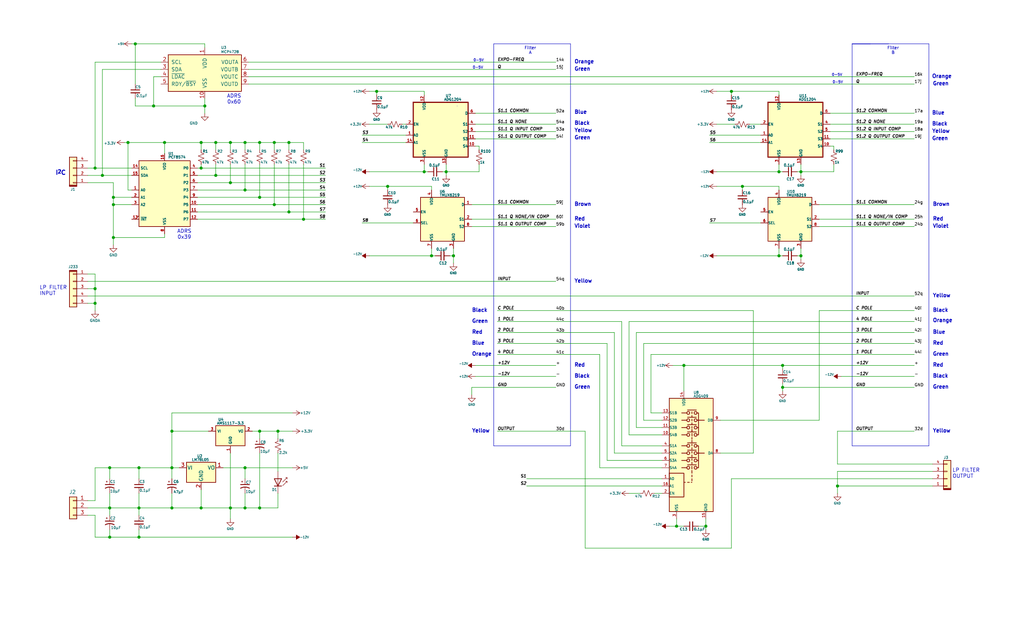
<source format=kicad_sch>
(kicad_sch (version 20250114) (generator "eeschema") (generator_version "9.0")
  (paper "USLegal")
  (title_block (title "Ten Channel Mixer") (date "2025-12-06") (rev "2.0") (comment 1 "In Development "))
  (lib_symbols
    (symbol "ADG1204YCPZ-500RL7_1" (pin_names (offset 0.002))
      (property "Reference" "U35" (at -0.508 20.066 0))
      (property "Value" "ADG1204" (at 1.016 18.796 0))
      (symbol "ADG1204YCPZ-500RL7_1_1_0"
        (pin input line (at -15.24 10.16 0) (length 2.54) (name "EN") (number "2"))
        (pin input line (at -15.24 6.35 0) (length 2.54) (name "A0") (number "1"))
        (pin input line (at -15.24 3.81 0) (length 2.54) (name "A1") (number "14"))
        (pin power_in line (at -8.89 20.32 270) (length 2.54) (name "VDD") (number "12"))
        (pin power_in line (at -8.89 -3.81 90) (length 2.54) (name "VSS") (number "3"))
        (pin passive line (at -1.27 -3.81 90) (length 2.54) (name "GND") (number "13"))
        (pin bidirectional line (at 8.89 13.97 180) (length 2.54) (name "D") (number "6"))
        (pin bidirectional line (at 8.89 10.16 180) (length 2.54) (name "S1") (number "4"))
        (pin bidirectional line (at 8.89 7.62 180) (length 2.54) (name "S2") (number "5"))
        (pin bidirectional line (at 8.89 5.08 180) (length 2.54) (name "S3") (number "11"))
        (pin bidirectional line (at 8.89 2.54 180) (length 2.54) (name "S4") (number "10"))
      )
    )
    (symbol "ADG1204YCPZ-500RL7_2" (pin_names (offset 0.002))
      (property "Reference" "U36" (at -0.508 20.066 0))
      (property "Value" "ADG1204" (at 1.016 18.796 0))
      (symbol "ADG1204YCPZ-500RL7_2_1_0"
        (pin input line (at -15.24 10.16 0) (length 2.54) (name "EN") (number "2"))
        (pin input line (at -15.24 6.35 0) (length 2.54) (name "A0") (number "1"))
        (pin input line (at -15.24 3.81 0) (length 2.54) (name "A1") (number "14"))
        (pin power_in line (at -8.89 20.32 270) (length 2.54) (name "VDD") (number "12"))
        (pin power_in line (at -8.89 -3.81 90) (length 2.54) (name "VSS") (number "3"))
        (pin passive line (at -1.27 -3.81 90) (length 2.54) (name "GND") (number "13"))
        (pin bidirectional line (at 8.89 13.97 180) (length 2.54) (name "D") (number "6"))
        (pin bidirectional line (at 8.89 10.16 180) (length 2.54) (name "S1") (number "4"))
        (pin bidirectional line (at 8.89 7.62 180) (length 2.54) (name "S2") (number "5"))
        (pin bidirectional line (at 8.89 5.08 180) (length 2.54) (name "S3") (number "11"))
        (pin bidirectional line (at 8.89 2.54 180) (length 2.54) (name "S4") (number "10"))
      )
    )
    (symbol "Connector_Generic:Conn_01x03" (pin_names (offset 1.016) (hide yes))
      (property "Reference" "J" (at 0 5.08 0))
      (property "Value" "Conn_01x03" (at 0 -5.08 0))
      (symbol "Conn_01x03_1_1"
        (pin passive line (at -5.08 2.54 0) (length 3.81) (name "Pin_1") (number "1"))
        (pin passive line (at -5.08 0 0) (length 3.81) (name "Pin_2") (number "2"))
        (pin passive line (at -5.08 -2.54 0) (length 3.81) (name "Pin_3") (number "3"))
      )
    )
    (symbol "Connector_keyed_kicad_sym:Conn_01x04" (pin_names (offset 1.016) (hide yes))
      (property "Reference" "J" (at -0.5788 4.6722 0))
      (property "Value" "Conn_01x04" (at -0.1524 -7.9502 0))
      (symbol "Conn_01x04_1_1"
        (pin passive line (at -5.08 2.54 0) (length 3.81) (name "Pin_1") (number "1"))
        (pin passive line (at -5.08 0 0) (length 3.81) (name "Pin_2") (number "2"))
        (pin passive line (at -5.08 -2.54 0) (length 3.81) (name "Pin_3") (number "3"))
        (pin passive line (at -5.08 -5.08 0) (length 3.81) (name "Pin_4") (number "4"))
      )
    )
    (symbol "Device:C_Polarized_Small_US" (pin_numbers (hide yes)) (pin_names (offset 0.254) (hide yes))
      (property "Reference" "C" (at 0.254 1.778 0))
      (property "Value" "C_Polarized_Small_US" (at 0.254 -2.032 0))
      (symbol "C_Polarized_Small_US_1_1"
        (pin passive line (at 0 2.54 270) (length 2.032) (name "~") (number "1"))
        (pin passive line (at 0 -2.54 90) (length 2.032) (name "~") (number "2"))
      )
    )
    (symbol "Device:C_Small" (pin_numbers (hide yes)) (pin_names (offset 0.254) (hide yes))
      (property "Reference" "C" (at 0.254 1.778 0))
      (property "Value" "C_Small" (at 0.254 -2.032 0))
      (symbol "C_Small_1_1"
        (pin passive line (at 0 2.54 270) (length 2.032) (name "~") (number "1"))
        (pin passive line (at 0 -2.54 90) (length 2.032) (name "~") (number "2"))
      )
    )
    (symbol "Device:R_Small_US" (pin_numbers (hide yes)) (pin_names (offset 0.254) (hide yes))
      (property "Reference" "R" (at 0.762 0.508 0))
      (property "Value" "R_Small_US" (at 0.762 -1.016 0))
      (symbol "R_Small_US_1_1"
        (pin passive line (at 0 2.54 270) (length 1.016) (name "~") (number "1"))
        (pin passive line (at 0 -2.54 90) (length 1.016) (name "~") (number "2"))
      )
    )
    (symbol "Interface_Expansion:PCF8574"
      (property "Reference" "U97" (at 1.9849 17.3668 0))
      (property "Value" "PCF8574" (at 1.8058 16.1377 0))
      (symbol "PCF8574_1_1"
        (pin input line (at -11.43 10.16 0) (length 2.54) (name "SCL") (number "14"))
        (pin bidirectional line (at -11.43 7.62 0) (length 2.54) (name "SDA") (number "15"))
        (pin input line (at -11.43 2.54 0) (length 2.54) (name "A0") (number "1"))
        (pin input line (at -11.43 0 0) (length 2.54) (name "A1") (number "2"))
        (pin input line (at -11.43 -2.54 0) (length 2.54) (name "A2") (number "3"))
        (pin open_collector output_low (at -11.43 -7.62 0) (length 2.54) (name "~{INT}") (number "13"))
        (pin power_in line (at 0 15.24 270) (length 2.54) (name "VDD") (number "16"))
        (pin power_in line (at 0 -12.7 90) (length 2.54) (name "VSS") (number "8"))
        (pin bidirectional line (at 11.43 10.16 180) (length 2.54) (name "P0") (number "4"))
        (pin bidirectional line (at 11.43 7.62 180) (length 2.54) (name "P1") (number "5"))
        (pin bidirectional line (at 11.43 5.08 180) (length 2.54) (name "P2") (number "6"))
        (pin bidirectional line (at 11.43 2.54 180) (length 2.54) (name "P3") (number "7"))
        (pin bidirectional line (at 11.43 0 180) (length 2.54) (name "P4") (number "9"))
        (pin bidirectional line (at 11.43 -2.54 180) (length 2.54) (name "P5") (number "10"))
        (pin bidirectional line (at 11.43 -5.08 180) (length 2.54) (name "P6") (number "11"))
        (pin bidirectional line (at 11.43 -7.62 180) (length 2.54) (name "P7") (number "12"))
      )
    )
    (symbol "LED:SFH4356P" (pin_numbers (hide yes)) (pin_names (offset 1.016) (hide yes))
      (property "Reference" "D" (at 0.508 1.778 0))
      (property "Value" "SFH4356P" (at -1.016 -2.794 0))
      (symbol "SFH4356P_1_1"
        (pin passive line (at -5.08 0 0) (length 2.54) (name "K") (number "1"))
        (pin passive line (at 2.54 0 180) (length 2.54) (name "A") (number "2"))
      )
    )
    (symbol "My Connectors:Conn_01x04" (pin_names (offset 1.016) (hide yes))
      (property "Reference" "J" (at -0.5788 4.6722 0))
      (property "Value" "Conn_01x04" (at -0.1524 -7.9502 0))
      (symbol "Conn_01x04_1_1"
        (pin passive line (at -5.08 2.54 0) (length 3.81) (name "Pin_1") (number "1"))
        (pin passive line (at -5.08 0 0) (length 3.81) (name "Pin_2") (number "2"))
        (pin passive line (at -5.08 -2.54 0) (length 3.81) (name "Pin_3") (number "3"))
        (pin passive line (at -5.08 -5.08 0) (length 3.81) (name "Pin_4") (number "4"))
      )
    )
    (symbol "My Connectors:Conn_01x05" (pin_names (offset 1.016) (hide yes))
      (property "Reference" "J" (at -0.3703 7.2081 0))
      (property "Value" "Conn_01x05" (at 0 -7.62 0))
      (symbol "Conn_01x05_1_1"
        (pin passive line (at -5.08 5.08 0) (length 3.81) (name "Pin_1") (number "1"))
        (pin passive line (at -5.08 2.54 0) (length 3.81) (name "Pin_2") (number "2"))
        (pin passive line (at -5.08 0 0) (length 3.81) (name "Pin_3") (number "3"))
        (pin passive line (at -5.08 -2.54 0) (length 3.81) (name "Pin_4") (number "4"))
        (pin passive line (at -5.08 -5.08 0) (length 3.81) (name "Pin_5") (number "5"))
      )
    )
    (symbol "MyDac:MCP4728" (pin_names (offset 1.016))
      (property "Reference" "U" (at -12.7 6.35 0))
      (property "Value" "MCP4728" (at 12.7 6.35 0))
      (symbol "MCP4728_1_1"
        (pin input line (at -15.24 2.54 0) (length 2.54) (name "SCL") (number "2"))
        (pin bidirectional line (at -15.24 0 0) (length 2.54) (name "SDA") (number "3"))
        (pin input line (at -15.24 -2.54 0) (length 2.54) (name "~{LDAC}") (number "4"))
        (pin output line (at -15.24 -5.08 0) (length 2.54) (name "RDY/~{BSY}") (number "5"))
        (pin power_in line (at 0 7.62 270) (length 2.54) (name "VDD") (number "1"))
        (pin power_in line (at 0 -10.16 90) (length 2.54) (name "VSS") (number "10"))
        (pin output line (at 15.24 2.54 180) (length 2.54) (name "VOUTA") (number "6"))
        (pin output line (at 15.24 0 180) (length 2.54) (name "VOUTB") (number "7"))
        (pin output line (at 15.24 -2.54 180) (length 2.54) (name "VOUTC") (number "8"))
        (pin output line (at 15.24 -5.08 180) (length 2.54) (name "VOUTD") (number "9"))
      )
    )
    (symbol "Regulator_Linear:AMS1117-3.3"
      (property "Reference" "U94" (at -3.302 4.064 0))
      (property "Value" "AMS1117-3.3" (at 0 2.794 0))
      (symbol "AMS1117-3.3_1_1"
        (pin power_in line (at -7.62 0 0) (length 2.54) (name "VI") (number "3"))
        (pin power_in line (at 0 -7.62 90) (length 2.54) (name "GND") (number "1"))
        (pin power_out line (at 7.62 0 180) (length 2.54) (name "VO") (number "2"))
      )
    )
    (symbol "Regulator_Linear:LM78L05_TO92" (pin_names (offset 0.254))
      (property "Reference" "U" (at -3.81 3.175 0))
      (property "Value" "LM78L05_TO92" (at 0 3.175 0))
      (symbol "LM78L05_TO92_1_1"
        (pin power_in line (at -7.62 0 0) (length 2.54) (name "VI") (number "3"))
        (pin power_in line (at 0 -7.62 90) (length 2.54) (name "GND") (number "2"))
        (pin power_out line (at 7.62 0 180) (length 2.54) (name "VO") (number "1"))
      )
    )
    (symbol "STRN_Lab:ADG409" (pin_names (offset 0.002))
      (property "Reference" "U33" (at -0.508 22.352 0))
      (property "Value" "ADG409" (at -0.508 21.082 0))
      (symbol "ADG409_1_1"
        (pin bidirectional line (at -11.43 15.24 0) (length 2.54) (name "S1B") (number "13"))
        (pin bidirectional line (at -11.43 12.7 0) (length 2.54) (name "S2B") (number "12"))
        (pin bidirectional line (at -11.43 10.16 0) (length 2.54) (name "S3B") (number "11"))
        (pin bidirectional line (at -11.43 7.62 0) (length 2.54) (name "S4B") (number "10"))
        (pin bidirectional line (at -11.43 3.81 0) (length 2.54) (name "S1A") (number "4"))
        (pin bidirectional line (at -11.43 1.27 0) (length 2.54) (name "S2A") (number "5"))
        (pin bidirectional line (at -11.43 -1.27 0) (length 2.54) (name "S3A") (number "6"))
        (pin bidirectional line (at -11.43 -3.81 0) (length 2.54) (name "S4A") (number "7"))
        (pin input line (at -11.43 -7.62 0) (length 2.54) (name "A0") (number "1"))
        (pin input line (at -11.43 -10.16 0) (length 2.54) (name "A1") (number "16"))
        (pin input line (at -11.43 -12.7 0) (length 2.54) (name "EN") (number "2"))
        (pin power_in line (at -6.35 -21.59 90) (length 2.54) (name "VSS") (number "3"))
        (pin power_in line (at -3.81 22.86 270) (length 2.54) (name "VDD") (number "14"))
        (pin power_in line (at 3.81 -21.59 90) (length 2.54) (name "GND") (number "15"))
        (pin bidirectional line (at 8.89 12.7 180) (length 2.54) (name "DB") (number "9"))
        (pin bidirectional line (at 8.89 1.27 180) (length 2.54) (name "DA") (number "8"))
      )
    )
    (symbol "TMUX6219_2" (pin_names (offset 0.002))
      (property "Reference" "U55" (at -1.778 9.906 0))
      (property "Value" "TMUX6219" (at -2.032 8.636 0))
      (symbol "TMUX6219_2_1_0"
        (pin input line (at -10.16 2.54 0) (length 2.54) (name "EN") (number "5"))
        (pin input line (at -10.16 -1.27 0) (length 2.54) (name "SEL") (number "6"))
        (pin power_in line (at -3.81 10.16 270) (length 2.54) (name "VDD") (number "4"))
        (pin power_in line (at -3.81 -10.16 90) (length 2.54) (name "VSS") (number "7"))
        (pin power_in line (at 3.81 -10.16 90) (length 2.54) (name "GND") (number "3"))
        (pin bidirectional line (at 10.16 5.08 180) (length 2.54) (name "D") (number "1"))
        (pin bidirectional line (at 10.16 0 180) (length 2.54) (name "S1") (number "2"))
        (pin bidirectional line (at 10.16 -2.54 180) (length 2.54) (name "S2") (number "8"))
      )
    )
    (symbol "power:+12V" (power) (pin_names (offset 0))
      (property "Value" "+12V" (at 0 3.556 0))
      (symbol "+12V_1_1"
        (pin power_in line (at 0 0 90) (length 0) (hide yes) (name "+12V") (number "1"))
      )
    )
    (symbol "power:+5VA" (power) (pin_names (offset 0))
      (property "Value" "+5VA" (at 0 3.556 0))
      (symbol "+5VA_1_1"
        (pin power_in line (at 0 0 90) (length 0) (hide yes) (name "+5VA") (number "1"))
      )
    )
    (symbol "power:+5VD" (power) (pin_names (offset 0))
      (property "Value" "+5VD" (at 0 3.556 0))
      (symbol "+5VD_1_1"
        (pin power_in line (at 0 0 90) (length 0) (hide yes) (name "+5VD") (number "1"))
      )
    )
    (symbol "power:-12V" (power) (pin_names (offset 0))
      (property "Value" "-12V" (at 0 3.81 0))
      (symbol "-12V_0_0"
        (pin power_in line (at 0 0 90) (length 0) (hide yes) (name "-12V") (number "1"))
      )
    )
    (symbol "power:GNDA" (power) (pin_names (offset 0))
      (property "Value" "GNDA" (at 0 -3.81 0))
      (symbol "GNDA_1_1"
        (pin power_in line (at 0 0 270) (length 0) (hide yes) (name "GNDA") (number "1"))
      )
    )
  )
  (text "Red" (at 199.39 127 0) (effects (font (size 1.27 1.27) (thickness 0.254) (bold yes)) (justify left)))
  (text "Orange" (at 323.596 26.67 0) (effects (font (size 1.27 1.27) (thickness 0.254) (bold yes)) (justify left)))
  (text "Black" (at 323.85 107.95 0) (effects (font (size 1.27 1.27) (thickness 0.254) (bold yes)) (justify left)))
  (text "Red" (at 199.39 76.2 0) (effects (font (size 1.27 1.27) (thickness 0.254) (bold yes)) (justify left)))
  (text "I^{2}C" (at 21.082 60.198 0) (effects (font (size 1.524 1.524) (thickness 0.3048) (bold yes))))
  (text "Green" (at 323.85 134.62 0) (effects (font (size 1.27 1.27) (thickness 0.254) (bold yes)) (justify left)))
  (text "Green" (at 323.85 123.19 0) (effects (font (size 1.27 1.27) (thickness 0.254) (bold yes)) (justify left)))
  (text "Black" (at 199.39 42.926 0) (effects (font (size 1.27 1.27) (thickness 0.254) (bold yes)) (justify left)))
  (text "Green" (at 323.85 29.21 0) (effects (font (size 1.27 1.27) (thickness 0.254) (bold yes)) (justify left)))
  (text "Red" (at 323.85 127 0) (effects (font (size 1.27 1.27) (thickness 0.254) (bold yes)) (justify left)))
  (text "Green" (at 323.596 48.26 0) (effects (font (size 1.27 1.27) (thickness 0.254) (bold yes)) (justify left)))
  (text "Yellow" (at 323.85 149.86 0) (effects (font (size 1.27 1.27) (thickness 0.254) (bold yes)) (justify left)))
  (text "Green" (at 199.39 24.13 0) (effects (font (size 1.27 1.27) (thickness 0.254) (bold yes)) (justify left)))
  (text "Brown" (at 199.39 71.12 0) (effects (font (size 1.27 1.27) (thickness 0.254) (bold yes)) (justify left)))
  (text "Black" (at 323.596 43.18 0) (effects (font (size 1.27 1.27) (thickness 0.254) (bold yes)) (justify left)))
  (text "Orange" (at 199.39 21.59 0) (effects (font (size 1.27 1.27) (thickness 0.254) (bold yes)) (justify left)))
  (text "Filter\nA" (at 184.15 19.05 0) (effects (font (size 1.016 1.016)) (justify bottom)))
  (text "LP FILTER\nOUTPUT" (at 330.708 166.37 0) (effects (font (size 1.27 1.27)) (justify left bottom)))
  (text "Yellow" (at 199.39 45.466 0) (effects (font (size 1.27 1.27) (thickness 0.254) (bold yes)) (justify left)))
  (text "0-5V" (at 164.084 24.13 0) (effects (font (size 0.889 0.889)) (justify left bottom)))
  (text "ADRS\n0x39" (at 64.008 81.534 0) (effects (font (size 1.27 1.27))))
  (text "Yellow" (at 323.596 45.72 0) (effects (font (size 1.27 1.27) (thickness 0.254) (bold yes)) (justify left)))
  (text "0-5V" (at 164.338 21.59 0) (effects (font (size 0.889 0.889)) (justify left bottom)))
  (text "Brown" (at 323.85 71.12 0) (effects (font (size 1.27 1.27) (thickness 0.254) (bold yes)) (justify left)))
  (text "Violet" (at 199.39 78.74 0) (effects (font (size 1.27 1.27) (thickness 0.254) (bold yes)) (justify left)))
  (text "Blue" (at 199.39 39.116 0) (effects (font (size 1.27 1.27) (thickness 0.254) (bold yes)) (justify left)))
  (text "Green" (at 163.83 111.76 0) (effects (font (size 1.27 1.27) (thickness 0.254) (bold yes)) (justify left)))
  (text "0-5V" (at 288.798 26.67 0) (effects (font (size 0.889 0.889)) (justify left bottom)))
  (text "Red" (at 323.85 119.38 0) (effects (font (size 1.27 1.27) (thickness 0.254) (bold yes)) (justify left)))
  (text "Blue" (at 323.596 39.37 0) (effects (font (size 1.27 1.27) (thickness 0.254) (bold yes)) (justify left)))
  (text "Filter\nB" (at 310.134 19.05 0) (effects (font (size 1.016 1.016)) (justify bottom)))
  (text "Yellow" (at 199.39 97.79 0) (effects (font (size 1.27 1.27) (thickness 0.254) (bold yes)) (justify left)))
  (text "Red" (at 323.85 76.2 0) (effects (font (size 1.27 1.27) (thickness 0.254) (bold yes)) (justify left)))
  (text "Red" (at 163.83 115.57 0) (effects (font (size 1.27 1.27) (thickness 0.254) (bold yes)) (justify left)))
  (text "Violet" (at 323.85 78.74 0) (effects (font (size 1.27 1.27) (thickness 0.254) (bold yes)) (justify left)))
  (text "ADRS\n0x60" (at 81.28 34.544 0) (effects (font (size 1.27 1.27))))
  (text "Black" (at 199.39 130.81 0) (effects (font (size 1.27 1.27) (thickness 0.254) (bold yes)) (justify left)))
  (text "Yellow" (at 323.85 102.87 0) (effects (font (size 1.27 1.27) (thickness 0.254) (bold yes)) (justify left)))
  (text "LP FILTER\nINPUT" (at 13.716 102.87 0) (effects (font (size 1.27 1.27)) (justify left bottom)))
  (text "Black" (at 163.83 107.95 0) (effects (font (size 1.27 1.27) (thickness 0.254) (bold yes)) (justify left)))
  (text "Yellow" (at 163.83 149.86 0) (effects (font (size 1.27 1.27) (thickness 0.254) (bold yes)) (justify left)))
  (text "0-5V" (at 289.052 29.21 0) (effects (font (size 0.889 0.889)) (justify left bottom)))
  (text "Green" (at 199.39 48.006 0) (effects (font (size 1.27 1.27) (thickness 0.254) (bold yes)) (justify left)))
  (text "Green" (at 199.39 134.62 0) (effects (font (size 1.27 1.27) (thickness 0.254) (bold yes)) (justify left)))
  (text "Black" (at 323.85 130.81 0) (effects (font (size 1.27 1.27) (thickness 0.254) (bold yes)) (justify left)))
  (text "Blue" (at 163.83 119.38 0) (effects (font (size 1.27 1.27) (thickness 0.254) (bold yes)) (justify left)))
  (text "Blue" (at 323.85 115.57 0) (effects (font (size 1.27 1.27) (thickness 0.254) (bold yes)) (justify left)))
  (text "Orange" (at 163.83 123.19 0) (effects (font (size 1.27 1.27) (thickness 0.254) (bold yes)) (justify left)))
  (text "Orange" (at 323.85 111.506 0) (effects (font (size 1.27 1.27) (thickness 0.254) (bold yes)) (justify left)))
  (junction (at 59.69 176.53))
  (junction (at 85.09 49.53))
  (junction (at 74.93 60.96))
  (junction (at 33.02 105.41))
  (junction (at 90.17 68.58))
  (junction (at 48.26 176.53))
  (junction (at 33.02 58.42))
  (junction (at 245.11 182.88))
  (junction (at 39.37 82.55))
  (junction (at 234.95 182.88))
  (junction (at 85.09 162.56))
  (junction (at 53.34 36.83))
  (junction (at 80.01 63.5))
  (junction (at 130.81 31.75))
  (junction (at 96.52 149.86))
  (junction (at 271.78 134.62))
  (junction (at 59.69 162.56))
  (junction (at 154.94 59.69))
  (junction (at 38.1 176.53))
  (junction (at 237.49 127))
  (junction (at 271.78 127))
  (junction (at 85.09 176.53))
  (junction (at 290.83 168.91))
  (junction (at 57.15 49.53))
  (junction (at 95.25 49.53))
  (junction (at 254 31.75))
  (junction (at 69.85 58.42))
  (junction (at 33.02 100.33))
  (junction (at 90.17 149.86))
  (junction (at 38.1 162.56))
  (junction (at 71.12 36.83))
  (junction (at 59.69 149.86))
  (junction (at 95.25 71.12))
  (junction (at 48.26 162.56))
  (junction (at 270.51 59.69))
  (junction (at 39.37 68.58))
  (junction (at 257.81 64.77))
  (junction (at 147.32 59.69))
  (junction (at 134.62 64.77))
  (junction (at 80.01 176.53))
  (junction (at 100.33 73.66))
  (junction (at 278.13 59.69))
  (junction (at 48.26 186.69))
  (junction (at 46.99 15.24))
  (junction (at 74.93 49.53))
  (junction (at 85.09 66.04))
  (junction (at 80.01 49.53))
  (junction (at 90.17 49.53))
  (junction (at 278.13 88.9))
  (junction (at 270.51 88.9))
  (junction (at 69.85 49.53))
  (junction (at 38.1 186.69))
  (junction (at 90.17 176.53))
  (junction (at 149.86 88.9))
  (junction (at 100.33 49.53))
  (junction (at 39.37 71.12))
  (junction (at 69.85 176.53))
  (junction (at 157.48 88.9))
  (junction (at 44.45 49.53))
  (junction (at 105.41 76.2))
  (junction (at 35.56 60.96))
  (wire (pts (xy 288.29 45.72) (xy 317.5 45.72)))
  (wire (pts (xy 278.13 59.69) (xy 278.13 60.96)))
  (polyline (pts (xy 302.26 15.24) (xy 295.91 15.24)))
  (wire (pts (xy 290.83 161.29) (xy 323.85 161.29)))
  (wire (pts (xy 39.37 71.12) (xy 45.72 71.12)))
  (wire (pts (xy 90.17 68.58) (xy 113.03 68.58)))
  (wire (pts (xy 226.06 123.19) (xy 226.06 143.51)))
  (wire (pts (xy 271.78 59.69) (xy 270.51 59.69)))
  (wire (pts (xy 96.52 171.45) (xy 96.52 176.53)))
  (wire (pts (xy 96.52 152.4) (xy 96.52 149.86)))
  (wire (pts (xy 30.48 105.41) (xy 33.02 105.41)))
  (wire (pts (xy 289.56 50.8) (xy 289.56 52.07)))
  (wire (pts (xy 288.29 48.26) (xy 317.5 48.26)))
  (wire (pts (xy 35.56 24.13) (xy 35.56 60.96)))
  (wire (pts (xy 90.17 176.53) (xy 96.52 176.53)))
  (wire (pts (xy 33.02 58.42) (xy 45.72 58.42)))
  (wire (pts (xy 134.62 66.04) (xy 134.62 64.77)))
  (wire (pts (xy 48.26 176.53) (xy 59.69 176.53)))
  (wire (pts (xy 234.95 180.34) (xy 234.95 182.88)))
  (wire (pts (xy 154.94 59.69) (xy 166.37 59.69)))
  (wire (pts (xy 86.36 24.13) (xy 193.04 24.13)))
  (wire (pts (xy 69.85 58.42) (xy 113.03 58.42)))
  (wire (pts (xy 90.17 49.53) (xy 95.25 49.53)))
  (wire (pts (xy 100.33 73.66) (xy 113.03 73.66)))
  (wire (pts (xy 250.19 157.48) (xy 261.62 157.48)))
  (wire (pts (xy 86.36 29.21) (xy 317.5 29.21)))
  (wire (pts (xy 55.88 26.67) (xy 53.34 26.67)))
  (wire (pts (xy 128.27 88.9) (xy 149.86 88.9)))
  (wire (pts (xy 30.48 95.25) (xy 33.02 95.25)))
  (wire (pts (xy 288.29 50.8) (xy 289.56 50.8)))
  (wire (pts (xy 248.92 31.75) (xy 254 31.75)))
  (wire (pts (xy 149.86 86.36) (xy 149.86 88.9)))
  (wire (pts (xy 203.2 190.5) (xy 254 190.5)))
  (wire (pts (xy 39.37 82.55) (xy 39.37 85.09)))
  (wire (pts (xy 254 33.02) (xy 254 31.75)))
  (wire (pts (xy 218.44 171.45) (xy 222.25 171.45)))
  (wire (pts (xy 90.17 57.15) (xy 90.17 68.58)))
  (wire (pts (xy 71.12 36.83) (xy 53.34 36.83)))
  (wire (pts (xy 278.13 88.9) (xy 278.13 90.17)))
  (wire (pts (xy 229.87 171.45) (xy 227.33 171.45)))
  (wire (pts (xy 33.02 100.33) (xy 33.02 95.25)))
  (wire (pts (xy 218.44 111.76) (xy 218.44 151.13)))
  (polyline (pts (xy 295.91 154.94) (xy 295.91 15.24)))
  (wire (pts (xy 53.34 26.67) (xy 53.34 36.83)))
  (wire (pts (xy 38.1 184.15) (xy 38.1 186.69)))
  (wire (pts (xy 245.11 182.88) (xy 245.11 184.15)))
  (wire (pts (xy 96.52 149.86) (xy 101.6 149.86)))
  (wire (pts (xy 166.37 50.8) (xy 166.37 52.07)))
  (wire (pts (xy 80.01 157.48) (xy 80.01 176.53)))
  (wire (pts (xy 165.1 130.81) (xy 193.04 130.81)))
  (wire (pts (xy 59.69 143.51) (xy 101.6 143.51)))
  (wire (pts (xy 182.88 168.91) (xy 229.87 168.91)))
  (wire (pts (xy 85.09 162.56) (xy 101.6 162.56)))
  (wire (pts (xy 203.2 149.86) (xy 203.2 190.5)))
  (wire (pts (xy 250.19 146.05) (xy 284.48 146.05)))
  (wire (pts (xy 100.33 49.53) (xy 100.33 52.07)))
  (wire (pts (xy 276.86 59.69) (xy 278.13 59.69)))
  (wire (pts (xy 85.09 52.07) (xy 85.09 49.53)))
  (wire (pts (xy 172.72 111.76) (xy 215.9 111.76)))
  (wire (pts (xy 218.44 111.76) (xy 317.5 111.76)))
  (wire (pts (xy 95.25 49.53) (xy 95.25 52.07)))
  (wire (pts (xy 68.58 58.42) (xy 69.85 58.42)))
  (wire (pts (xy 271.78 134.62) (xy 317.5 134.62)))
  (wire (pts (xy 210.82 160.02) (xy 229.87 160.02)))
  (wire (pts (xy 172.72 119.38) (xy 210.82 119.38)))
  (wire (pts (xy 71.12 15.24) (xy 71.12 16.51)))
  (wire (pts (xy 284.48 107.95) (xy 317.5 107.95)))
  (wire (pts (xy 85.09 171.45) (xy 85.09 176.53)))
  (wire (pts (xy 270.51 64.77) (xy 270.51 66.04)))
  (wire (pts (xy 223.52 146.05) (xy 223.52 119.38)))
  (wire (pts (xy 38.1 179.07) (xy 38.1 176.53)))
  (wire (pts (xy 323.85 166.37) (xy 254 166.37)))
  (wire (pts (xy 163.83 78.74) (xy 193.04 78.74)))
  (wire (pts (xy 68.58 71.12) (xy 95.25 71.12)))
  (wire (pts (xy 278.13 59.69) (xy 289.56 59.69)))
  (wire (pts (xy 257.81 64.77) (xy 270.51 64.77)))
  (polyline (pts (xy 322.58 15.24) (xy 322.58 154.94)))
  (wire (pts (xy 30.48 176.53) (xy 38.1 176.53)))
  (wire (pts (xy 69.85 170.18) (xy 69.85 176.53)))
  (wire (pts (xy 30.48 63.5) (xy 39.37 63.5)))
  (wire (pts (xy 149.86 64.77) (xy 149.86 66.04)))
  (wire (pts (xy 48.26 179.07) (xy 48.26 176.53)))
  (wire (pts (xy 105.41 52.07) (xy 105.41 49.53)))
  (wire (pts (xy 59.69 176.53) (xy 69.85 176.53)))
  (wire (pts (xy 163.83 134.62) (xy 163.83 137.16)))
  (wire (pts (xy 242.57 182.88) (xy 245.11 182.88)))
  (wire (pts (xy 59.69 162.56) (xy 59.69 166.37)))
  (wire (pts (xy 246.38 46.99) (xy 264.16 46.99)))
  (wire (pts (xy 33.02 105.41) (xy 33.02 107.95)))
  (wire (pts (xy 149.86 88.9) (xy 151.13 88.9)))
  (wire (pts (xy 270.51 86.36) (xy 270.51 88.9)))
  (wire (pts (xy 48.26 186.69) (xy 38.1 186.69)))
  (wire (pts (xy 95.25 49.53) (xy 100.33 49.53)))
  (wire (pts (xy 130.81 31.75) (xy 147.32 31.75)))
  (wire (pts (xy 71.12 36.83) (xy 71.12 39.37)))
  (wire (pts (xy 57.15 82.55) (xy 57.15 81.28)))
  (wire (pts (xy 86.36 26.67) (xy 317.5 26.67)))
  (wire (pts (xy 90.17 149.86) (xy 90.17 152.4)))
  (wire (pts (xy 245.11 180.34) (xy 245.11 182.88)))
  (wire (pts (xy 218.44 151.13) (xy 229.87 151.13)))
  (wire (pts (xy 128.27 64.77) (xy 134.62 64.77)))
  (wire (pts (xy 257.81 66.04) (xy 257.81 64.77)))
  (wire (pts (xy 270.51 88.9) (xy 271.78 88.9)))
  (wire (pts (xy 163.83 134.62) (xy 193.04 134.62)))
  (wire (pts (xy 90.17 52.07) (xy 90.17 49.53)))
  (wire (pts (xy 154.94 59.69) (xy 154.94 60.96)))
  (wire (pts (xy 38.1 162.56) (xy 33.02 162.56)))
  (wire (pts (xy 44.45 49.53) (xy 44.45 66.04)))
  (wire (pts (xy 246.38 77.47) (xy 264.16 77.47)))
  (wire (pts (xy 130.81 33.02) (xy 130.81 31.75)))
  (wire (pts (xy 69.85 57.15) (xy 69.85 58.42)))
  (wire (pts (xy 147.32 59.69) (xy 148.59 59.69)))
  (wire (pts (xy 271.78 133.35) (xy 271.78 134.62)))
  (wire (pts (xy 30.48 58.42) (xy 33.02 58.42)))
  (wire (pts (xy 59.69 149.86) (xy 72.39 149.86)))
  (wire (pts (xy 59.69 149.86) (xy 59.69 162.56)))
  (wire (pts (xy 276.86 88.9) (xy 278.13 88.9)))
  (wire (pts (xy 57.15 49.53) (xy 69.85 49.53)))
  (wire (pts (xy 74.93 60.96) (xy 113.03 60.96)))
  (wire (pts (xy 48.26 186.69) (xy 101.6 186.69)))
  (polyline (pts (xy 295.91 15.24) (xy 322.58 15.24)))
  (wire (pts (xy 284.48 78.74) (xy 317.5 78.74)))
  (wire (pts (xy 45.72 15.24) (xy 46.99 15.24)))
  (wire (pts (xy 139.7 43.18) (xy 140.97 43.18)))
  (wire (pts (xy 153.67 59.69) (xy 154.94 59.69)))
  (polyline (pts (xy 171.45 154.94) (xy 171.45 154.94)))
  (wire (pts (xy 90.17 157.48) (xy 90.17 176.53)))
  (wire (pts (xy 48.26 162.56) (xy 59.69 162.56)))
  (wire (pts (xy 80.01 57.15) (xy 80.01 63.5)))
  (wire (pts (xy 30.48 97.79) (xy 193.04 97.79)))
  (wire (pts (xy 45.72 66.04) (xy 44.45 66.04)))
  (wire (pts (xy 44.45 49.53) (xy 57.15 49.53)))
  (wire (pts (xy 128.27 43.18) (xy 134.62 43.18)))
  (wire (pts (xy 223.52 119.38) (xy 317.5 119.38)))
  (wire (pts (xy 182.88 166.37) (xy 229.87 166.37)))
  (wire (pts (xy 208.28 162.56) (xy 229.87 162.56)))
  (wire (pts (xy 96.52 157.48) (xy 96.52 163.83)))
  (wire (pts (xy 68.58 60.96) (xy 74.93 60.96)))
  (wire (pts (xy 35.56 60.96) (xy 45.72 60.96)))
  (wire (pts (xy 156.21 88.9) (xy 157.48 88.9)))
  (wire (pts (xy 85.09 66.04) (xy 113.03 66.04)))
  (wire (pts (xy 147.32 57.15) (xy 147.32 59.69)))
  (wire (pts (xy 220.98 148.59) (xy 229.87 148.59)))
  (wire (pts (xy 33.02 179.07) (xy 30.48 179.07)))
  (wire (pts (xy 95.25 57.15) (xy 95.25 71.12)))
  (wire (pts (xy 232.41 182.88) (xy 234.95 182.88)))
  (wire (pts (xy 165.1 127) (xy 193.04 127)))
  (wire (pts (xy 237.49 127) (xy 237.49 135.89)))
  (wire (pts (xy 166.37 57.15) (xy 166.37 59.69)))
  (wire (pts (xy 38.1 171.45) (xy 38.1 176.53)))
  (wire (pts (xy 270.51 31.75) (xy 270.51 33.02)))
  (wire (pts (xy 128.27 31.75) (xy 130.81 31.75)))
  (wire (pts (xy 80.01 176.53) (xy 85.09 176.53)))
  (wire (pts (xy 85.09 57.15) (xy 85.09 66.04)))
  (wire (pts (xy 213.36 157.48) (xy 213.36 115.57)))
  (wire (pts (xy 46.99 15.24) (xy 71.12 15.24)))
  (wire (pts (xy 165.1 50.8) (xy 166.37 50.8)))
  (wire (pts (xy 226.06 143.51) (xy 229.87 143.51)))
  (wire (pts (xy 237.49 127) (xy 271.78 127)))
  (wire (pts (xy 74.93 57.15) (xy 74.93 60.96)))
  (wire (pts (xy 208.28 123.19) (xy 208.28 162.56)))
  (wire (pts (xy 39.37 63.5) (xy 39.37 68.58)))
  (wire (pts (xy 125.73 46.99) (xy 140.97 46.99)))
  (wire (pts (xy 234.95 182.88) (xy 237.49 182.88)))
  (wire (pts (xy 90.17 149.86) (xy 96.52 149.86)))
  (wire (pts (xy 71.12 34.29) (xy 71.12 36.83)))
  (wire (pts (xy 33.02 21.59) (xy 33.02 58.42)))
  (wire (pts (xy 125.73 77.47) (xy 143.51 77.47)))
  (wire (pts (xy 220.98 115.57) (xy 317.5 115.57)))
  (wire (pts (xy 39.37 68.58) (xy 39.37 71.12)))
  (wire (pts (xy 74.93 52.07) (xy 74.93 49.53)))
  (wire (pts (xy 288.29 39.37) (xy 317.5 39.37)))
  (polyline (pts (xy 171.45 154.94) (xy 198.12 154.94)))
  (wire (pts (xy 165.1 45.72) (xy 193.04 45.72)))
  (wire (pts (xy 165.1 39.37) (xy 193.04 39.37)))
  (polyline (pts (xy 198.12 15.24) (xy 198.12 154.94)))
  (wire (pts (xy 288.29 43.18) (xy 317.5 43.18)))
  (wire (pts (xy 154.94 57.15) (xy 154.94 59.69)))
  (wire (pts (xy 284.48 146.05) (xy 284.48 107.95)))
  (wire (pts (xy 278.13 57.15) (xy 278.13 59.69)))
  (polyline (pts (xy 295.91 154.94) (xy 322.58 154.94)))
  (wire (pts (xy 210.82 160.02) (xy 210.82 119.38)))
  (wire (pts (xy 163.83 76.2) (xy 193.04 76.2)))
  (wire (pts (xy 172.72 123.19) (xy 208.28 123.19)))
  (wire (pts (xy 33.02 162.56) (xy 33.02 173.99)))
  (wire (pts (xy 39.37 71.12) (xy 39.37 82.55)))
  (wire (pts (xy 271.78 128.27) (xy 271.78 127)))
  (wire (pts (xy 289.56 57.15) (xy 289.56 59.69)))
  (wire (pts (xy 68.58 63.5) (xy 80.01 63.5)))
  (wire (pts (xy 33.02 186.69) (xy 33.02 179.07)))
  (wire (pts (xy 59.69 143.51) (xy 59.69 149.86)))
  (wire (pts (xy 38.1 176.53) (xy 48.26 176.53)))
  (wire (pts (xy 68.58 73.66) (xy 100.33 73.66)))
  (wire (pts (xy 229.87 146.05) (xy 223.52 146.05)))
  (wire (pts (xy 46.99 34.29) (xy 46.99 36.83)))
  (wire (pts (xy 39.37 82.55) (xy 57.15 82.55)))
  (wire (pts (xy 254 166.37) (xy 254 190.5)))
  (wire (pts (xy 38.1 186.69) (xy 33.02 186.69)))
  (wire (pts (xy 30.48 100.33) (xy 33.02 100.33)))
  (wire (pts (xy 30.48 60.96) (xy 35.56 60.96)))
  (wire (pts (xy 248.92 64.77) (xy 257.81 64.77)))
  (wire (pts (xy 165.1 43.18) (xy 193.04 43.18)))
  (wire (pts (xy 69.85 52.07) (xy 69.85 49.53)))
  (wire (pts (xy 271.78 127) (xy 317.5 127)))
  (wire (pts (xy 38.1 162.56) (xy 38.1 166.37)))
  (wire (pts (xy 147.32 31.75) (xy 147.32 33.02)))
  (wire (pts (xy 290.83 149.86) (xy 317.5 149.86)))
  (wire (pts (xy 270.51 57.15) (xy 270.51 59.69)))
  (wire (pts (xy 100.33 57.15) (xy 100.33 73.66)))
  (wire (pts (xy 128.27 59.69) (xy 147.32 59.69)))
  (wire (pts (xy 290.83 168.91) (xy 290.83 171.45)))
  (wire (pts (xy 213.36 157.48) (xy 229.87 157.48)))
  (wire (pts (xy 226.06 123.19) (xy 317.5 123.19)))
  (polyline (pts (xy 171.45 154.94) (xy 171.45 15.24)))
  (wire (pts (xy 233.68 127) (xy 237.49 127)))
  (wire (pts (xy 46.99 36.83) (xy 53.34 36.83)))
  (wire (pts (xy 261.62 157.48) (xy 261.62 107.95)))
  (wire (pts (xy 85.09 49.53) (xy 90.17 49.53)))
  (wire (pts (xy 165.1 48.26) (xy 193.04 48.26)))
  (wire (pts (xy 248.92 43.18) (xy 255.27 43.18)))
  (wire (pts (xy 77.47 162.56) (xy 85.09 162.56)))
  (wire (pts (xy 48.26 184.15) (xy 48.26 186.69)))
  (polyline (pts (xy 158.75 36.83) (xy 158.75 36.83)))
  (wire (pts (xy 172.72 115.57) (xy 213.36 115.57)))
  (wire (pts (xy 229.87 154.94) (xy 215.9 154.94)))
  (wire (pts (xy 39.37 68.58) (xy 45.72 68.58)))
  (wire (pts (xy 254 31.75) (xy 270.51 31.75)))
  (wire (pts (xy 215.9 154.94) (xy 215.9 111.76)))
  (wire (pts (xy 59.69 171.45) (xy 59.69 176.53)))
  (wire (pts (xy 125.73 49.53) (xy 140.97 49.53)))
  (wire (pts (xy 48.26 162.56) (xy 38.1 162.56)))
  (wire (pts (xy 95.25 71.12) (xy 113.03 71.12)))
  (wire (pts (xy 284.48 71.12) (xy 317.5 71.12)))
  (wire (pts (xy 278.13 86.36) (xy 278.13 88.9)))
  (wire (pts (xy 33.02 21.59) (xy 55.88 21.59)))
  (wire (pts (xy 157.48 86.36) (xy 157.48 88.9)))
  (wire (pts (xy 271.78 135.89) (xy 271.78 134.62)))
  (wire (pts (xy 290.83 149.86) (xy 290.83 161.29)))
  (wire (pts (xy 74.93 49.53) (xy 80.01 49.53)))
  (wire (pts (xy 85.09 176.53) (xy 90.17 176.53)))
  (wire (pts (xy 57.15 49.53) (xy 57.15 53.34)))
  (wire (pts (xy 48.26 162.56) (xy 48.26 166.37)))
  (wire (pts (xy 290.83 168.91) (xy 323.85 168.91)))
  (wire (pts (xy 248.92 59.69) (xy 270.51 59.69)))
  (wire (pts (xy 80.01 52.07) (xy 80.01 49.53)))
  (wire (pts (xy 69.85 49.53) (xy 74.93 49.53)))
  (wire (pts (xy 290.83 163.83) (xy 290.83 168.91)))
  (wire (pts (xy 48.26 171.45) (xy 48.26 176.53)))
  (wire (pts (xy 35.56 24.13) (xy 55.88 24.13)))
  (wire (pts (xy 80.01 176.53) (xy 80.01 180.34)))
  (wire (pts (xy 43.18 49.53) (xy 44.45 49.53)))
  (wire (pts (xy 220.98 115.57) (xy 220.98 148.59)))
  (wire (pts (xy 68.58 66.04) (xy 85.09 66.04)))
  (wire (pts (xy 246.38 49.53) (xy 264.16 49.53)))
  (wire (pts (xy 260.35 43.18) (xy 264.16 43.18)))
  (wire (pts (xy 80.01 63.5) (xy 113.03 63.5)))
  (polyline (pts (xy 295.91 15.24) (xy 308.61 15.24)))
  (polyline (pts (xy 171.45 15.24) (xy 198.12 15.24)))
  (wire (pts (xy 105.41 57.15) (xy 105.41 76.2)))
  (wire (pts (xy 134.62 64.77) (xy 149.86 64.77)))
  (wire (pts (xy 46.99 15.24) (xy 46.99 29.21)))
  (wire (pts (xy 85.09 166.37) (xy 85.09 162.56)))
  (wire (pts (xy 86.36 21.59) (xy 193.04 21.59)))
  (wire (pts (xy 172.72 107.95) (xy 261.62 107.95)))
  (wire (pts (xy 284.48 76.2) (xy 317.5 76.2)))
  (wire (pts (xy 30.48 102.87) (xy 317.5 102.87)))
  (wire (pts (xy 292.1 130.81) (xy 317.5 130.81)))
  (wire (pts (xy 157.48 88.9) (xy 157.48 91.44)))
  (wire (pts (xy 80.01 49.53) (xy 85.09 49.53)))
  (wire (pts (xy 163.83 71.12) (xy 193.04 71.12)))
  (wire (pts (xy 172.72 149.86) (xy 203.2 149.86)))
  (wire (pts (xy 69.85 176.53) (xy 80.01 176.53)))
  (wire (pts (xy 59.69 162.56) (xy 62.23 162.56)))
  (wire (pts (xy 105.41 76.2) (xy 113.03 76.2)))
  (wire (pts (xy 248.92 88.9) (xy 270.51 88.9)))
  (wire (pts (xy 100.33 49.53) (xy 105.41 49.53)))
  (wire (pts (xy 323.85 163.83) (xy 290.83 163.83)))
  (wire (pts (xy 33.02 173.99) (xy 30.48 173.99)))
  (wire (pts (xy 68.58 76.2) (xy 105.41 76.2)))
  (wire (pts (xy 33.02 100.33) (xy 33.02 105.41)))
  (wire (pts (xy 90.17 149.86) (xy 87.63 149.86)))
  (wire (pts (xy 68.58 68.58) (xy 90.17 68.58)))
  (label "52a" (at 193.04 39.37 0) (effects (font (size 1.016 1.016))))
  (label "-12V" (at 297.18 130.81 0) (effects (font (size 1.016 1.016) (thickness 0.2032) (bold yes) (italic yes))))
  (label "3 POLE" (at 297.18 115.57 0) (effects (font (size 1.016 1.016) (thickness 0.2032) (bold yes) (italic yes))))
  (label "S1" (at 113.03 58.42 180) (effects (font (size 1.016 1.016) (thickness 0.2032) (bold yes) (italic yes))))
  (label "59b" (at 193.04 78.74 0) (effects (font (size 1.016 1.016))))
  (label "4 POLE" (at 172.72 123.19 0) (effects (font (size 1.016 1.016) (thickness 0.2032) (bold yes) (italic yes))))
  (label "GND" (at 193.04 134.62 0) (effects (font (size 1.016 1.016))))
  (label "GND" (at 172.72 134.62 0) (effects (font (size 1.016 1.016) (thickness 0.2032) (bold yes) (italic yes))))
  (label "25h" (at 317.5 76.2 0) (effects (font (size 1.016 1.016))))
  (label "2 POLE" (at 172.72 115.57 0) (effects (font (size 1.016 1.016) (thickness 0.2032) (bold yes) (italic yes))))
  (label "43b" (at 193.04 115.57 0) (effects (font (size 1.016 1.016))))
  (label "52q" (at 317.5 102.87 0) (effects (font (size 1.016 1.016))))
  (label "S1.1 Q NONE{slash}IN COMP" (at 172.72 76.2 0) (effects (font (size 1.016 1.016) (thickness 0.2032) (bold yes) (italic yes))))
  (label "S1.2 Q OUTPUT COMP" (at 297.18 48.26 0) (effects (font (size 1.016 1.016) (thickness 0.2032) (bold yes) (italic yes))))
  (label "42i" (at 317.5 115.57 0) (effects (font (size 1.016 1.016))))
  (label "4 POLE" (at 297.18 111.76 0) (effects (font (size 1.016 1.016) (thickness 0.2032) (bold yes) (italic yes))))
  (label "19a" (at 317.5 43.18 0) (effects (font (size 1.016 1.016))))
  (label "S8" (at 125.73 77.47 0) (effects (font (size 1.016 1.016) (thickness 0.2032) (bold yes) (italic yes))))
  (label "44i" (at 317.5 123.19 0) (effects (font (size 1.016 1.016))))
  (label "GND" (at 317.5 134.62 0) (effects (font (size 1.016 1.016))))
  (label "-" (at 317.5 130.81 0) (effects (font (size 1.016 1.016))))
  (label "S1.1 Q OUTPUT COMP" (at 297.18 78.74 0) (effects (font (size 1.016 1.016) (thickness 0.2032) (bold yes) (italic yes))))
  (label "S1.1 COMMON" (at 172.72 39.37 0) (effects (font (size 1.016 1.016) (thickness 0.2032) (bold yes) (italic yes))))
  (label "60i" (at 193.04 76.2 0) (effects (font (size 1.016 1.016))))
  (label "OUTPUT" (at 297.18 149.86 0) (effects (font (size 1.016 1.016) (thickness 0.2032) (bold yes) (italic yes))))
  (label "S6" (at 113.03 71.12 180) (effects (font (size 1.016 1.016) (thickness 0.2032) (bold yes) (italic yes))))
  (label "54i" (at 193.04 48.26 0) (effects (font (size 1.016 1.016))))
  (label "14k" (at 193.04 21.59 0) (effects (font (size 1.016 1.016))))
  (label "+12V" (at 297.18 127 0) (effects (font (size 1.016 1.016) (thickness 0.2032) (bold yes) (italic yes))))
  (label "S1.1 Q OUTPUT COMP" (at 172.72 78.74 0) (effects (font (size 1.016 1.016) (thickness 0.2032) (bold yes) (italic yes))))
  (label "S3" (at 113.03 63.5 180) (effects (font (size 1.016 1.016) (thickness 0.2032) (bold yes) (italic yes))))
  (label "EXPO-FREQ" (at 297.18 26.67 0) (effects (font (size 1.016 1.016) (thickness 0.2032) (bold yes) (italic yes))))
  (label "Q" (at 172.72 24.13 0) (effects (font (size 1.016 1.016) (thickness 0.2032) (bold yes) (italic yes))))
  (label "S1.1 Q NONE{slash}IN COMP" (at 297.18 76.2 0) (effects (font (size 1.016 1.016) (thickness 0.2032) (bold yes) (italic yes))))
  (label "43j" (at 317.5 119.38 0) (effects (font (size 1.016 1.016))))
  (label "S1.1 Q NONE" (at 172.72 43.18 0) (effects (font (size 1.016 1.016) (thickness 0.2032) (bold yes) (italic yes))))
  (label "2 POLE" (at 297.18 119.38 0) (effects (font (size 1.016 1.016) (thickness 0.2032) (bold yes) (italic yes))))
  (label "S4" (at 113.03 66.04 180) (effects (font (size 1.016 1.016) (thickness 0.2032) (bold yes) (italic yes))))
  (label "17j" (at 317.5 29.21 0) (effects (font (size 1.016 1.016))))
  (label "OUTPUT" (at 172.72 149.86 0) (effects (font (size 1.016 1.016) (thickness 0.2032) (bold yes) (italic yes))))
  (label "18a" (at 317.5 45.72 0) (effects (font (size 1.016 1.016))))
  (label "S5" (at 113.03 68.58 180) (effects (font (size 1.016 1.016) (thickness 0.2032) (bold yes) (italic yes))))
  (label "32d" (at 317.5 149.86 0) (effects (font (size 1.016 1.016))))
  (label "S7" (at 246.38 77.47 0) (effects (font (size 1.016 1.016) (thickness 0.2032) (bold yes) (italic yes))))
  (label "GND" (at 297.18 134.62 0) (effects (font (size 1.016 1.016) (thickness 0.2032) (bold yes) (italic yes))))
  (label "+" (at 193.04 127 0) (effects (font (size 1.016 1.016))))
  (label "15j" (at 193.04 24.13 0) (effects (font (size 1.016 1.016))))
  (label "16k" (at 317.5 26.67 0) (effects (font (size 1.016 1.016))))
  (label "S1.2 Q INPUT COMP" (at 297.18 45.72 0) (effects (font (size 1.016 1.016) (thickness 0.2032) (bold yes) (italic yes))))
  (label "C POLE" (at 297.18 107.95 0) (effects (font (size 1.016 1.016) (thickness 0.2032) (bold yes) (italic yes))))
  (label "S1.1 COMMON" (at 297.18 71.12 0) (effects (font (size 1.016 1.016) (thickness 0.2032) (bold yes) (italic yes))))
  (label "-12V" (at 172.72 130.81 0) (effects (font (size 1.016 1.016) (thickness 0.2032) (bold yes) (italic yes))))
  (label "54a" (at 193.04 43.18 0) (effects (font (size 1.016 1.016))))
  (label "EXPO-FREQ" (at 172.72 21.59 0) (effects (font (size 1.016 1.016) (thickness 0.2032) (bold yes) (italic yes))))
  (label "S2" (at 113.03 60.96 180) (effects (font (size 1.016 1.016) (thickness 0.2032) (bold yes) (italic yes))))
  (label "24b" (at 317.5 78.74 0) (effects (font (size 1.016 1.016))))
  (label "S5" (at 246.38 46.99 0) (effects (font (size 1.016 1.016) (thickness 0.2032) (bold yes) (italic yes))))
  (label "S1.2 COMMON" (at 297.18 39.37 0) (effects (font (size 1.016 1.016) (thickness 0.2032) (bold yes) (italic yes))))
  (label "S1.2 Q NONE" (at 297.18 43.18 0) (effects (font (size 1.016 1.016) (thickness 0.2032) (bold yes) (italic yes))))
  (label "24g" (at 317.5 71.12 0) (effects (font (size 1.016 1.016))))
  (label "S6" (at 246.38 49.53 0) (effects (font (size 1.016 1.016) (thickness 0.2032) (bold yes) (italic yes))))
  (label "S1.1 COMMON" (at 172.72 71.12 0) (effects (font (size 1.016 1.016) (thickness 0.2032) (bold yes) (italic yes))))
  (label "3 POLE" (at 172.72 119.38 0) (effects (font (size 1.016 1.016) (thickness 0.2032) (bold yes) (italic yes))))
  (label "1 POLE" (at 297.18 123.19 0) (effects (font (size 1.016 1.016) (thickness 0.2032) (bold yes) (italic yes))))
  (label "S3" (at 125.73 46.99 0) (effects (font (size 1.016 1.016) (thickness 0.2032) (bold yes) (italic yes))))
  (label "S8" (at 113.03 76.2 180) (effects (font (size 1.016 1.016) (thickness 0.2032) (bold yes) (italic yes))))
  (label "54q" (at 193.04 97.79 0) (effects (font (size 1.016 1.016))))
  (label "19j" (at 317.5 48.26 0) (effects (font (size 1.016 1.016))))
  (label "53a" (at 193.04 45.72 0) (effects (font (size 1.016 1.016))))
  (label "17a" (at 317.5 39.37 0) (effects (font (size 1.016 1.016))))
  (label "1 POLE" (at 172.72 111.76 0) (effects (font (size 1.016 1.016) (thickness 0.2032) (bold yes) (italic yes))))
  (label "41c" (at 193.04 123.19 0) (effects (font (size 1.016 1.016))))
  (label "S1" (at 182.88 166.37 180) (effects (font (size 1.016 1.016) (thickness 0.2032) (bold yes) (italic yes))))
  (label "S4" (at 125.73 49.53 0) (effects (font (size 1.016 1.016) (thickness 0.2032) (bold yes) (italic yes))))
  (label "59j" (at 193.04 71.12 0) (effects (font (size 1.016 1.016))))
  (label "41j" (at 317.5 111.76 0) (effects (font (size 1.016 1.016))))
  (label "+" (at 317.5 127 0) (effects (font (size 1.016 1.016))))
  (label "S1.1 Q OUTPUT COMP" (at 172.72 48.26 0) (effects (font (size 1.016 1.016) (thickness 0.2032) (bold yes) (italic yes))))
  (label "+12V" (at 172.72 127 0) (effects (font (size 1.016 1.016) (thickness 0.2032) (bold yes) (italic yes))))
  (label "INPUT" (at 297.18 102.87 0) (effects (font (size 1.016 1.016) (thickness 0.2032) (bold yes) (italic yes))))
  (label "44c" (at 193.04 111.76 0) (effects (font (size 1.016 1.016))))
  (label "42b" (at 193.04 119.38 0) (effects (font (size 1.016 1.016))))
  (label "S2" (at 182.88 168.91 180) (effects (font (size 1.016 1.016) (thickness 0.2032) (bold yes) (italic yes))))
  (label "Q" (at 297.18 29.21 0) (effects (font (size 1.016 1.016) (thickness 0.2032) (bold yes) (italic yes))))
  (label "40i" (at 317.5 107.95 0) (effects (font (size 1.016 1.016))))
  (label "INPUT" (at 172.72 97.79 0) (effects (font (size 1.016 1.016) (thickness 0.2032) (bold yes) (italic yes))))
  (label "-" (at 193.04 130.81 0) (effects (font (size 1.016 1.016))))
  (label "S7" (at 113.03 73.66 180) (effects (font (size 1.016 1.016) (thickness 0.2032) (bold yes) (italic yes))))
  (label "S1.1 Q INPUT COMP" (at 172.72 45.72 0) (effects (font (size 1.016 1.016) (thickness 0.2032) (bold yes) (italic yes))))
  (label "C POLE" (at 172.72 107.95 0) (effects (font (size 1.016 1.016) (thickness 0.2032) (bold yes) (italic yes))))
  (label "30d" (at 193.04 149.86 0) (effects (font (size 1.016 1.016))))
  (label "40b" (at 193.04 107.95 0) (effects (font (size 1.016 1.016))))
  (symbol (lib_id "power:GNDA") (at 157.48 91.44 0) (unit 1)
    (property "Reference" "#PWR018" (effects (hide yes)))
    (property "Value" "GND" (at 157.4292 94.8944 0) (effects (font (size 0.762 0.762))))
  )
  (symbol (lib_id "power:+5VD") (at 43.18 49.53 90) (unit 1)
    (property "Reference" "#PWR03" (effects (hide yes)))
    (property "Value" "+3.3V" (at 36.068 49.784 90) (effects (font (size 0.889 0.889)) (justify right)))
  )
  (symbol (lib_id "power:+5VA") (at 101.6 149.86 270) (unit 1)
    (property "Reference" "#PWR06" (effects (hide yes)))
    (property "Value" "+3.3V" (at 104.394 149.86 90) (effects (font (size 0.889 0.889)) (justify left)))
  )
  (symbol (lib_id "Device:R_Small_US") (at 95.25 54.61 0) (unit 1)
    (property "Reference" "R7" (at 95.758 52.578 0) (effects (font (size 0.889 0.889)) (justify left)))
    (property "Value" "47k" (at 95.504 56.388 0) (effects (font (size 0.889 0.889)) (justify left)))
  )
  (symbol (lib_id "power:+12V") (at 248.92 31.75 90) (unit 1)
    (property "Reference" "#PWR025" (effects (hide yes)))
    (property "Value" "+12V" (at 246.38 31.75 90) (effects (font (size 0.762 0.762)) (justify left)))
  )
  (symbol (lib_id "power:+12V") (at 233.68 127 90) (unit 1)
    (property "Reference" "#PWR024" (effects (hide yes)))
    (property "Value" "+12V" (at 231.14 127 90) (effects (font (size 0.762 0.762)) (justify left)))
  )
  (symbol (lib_id "My Connectors:Conn_01x04") (at 328.93 166.37 0) (mirror x) (unit 1)
    (property "Reference" "J3" (at 327.66 159.004 0) (effects (font (size 0.889 0.889)) (justify left)))
    (property "Value" "Conn_01x04" (effects (hide yes)))
    (property "Description" "Generic connector, single row, 01x04, script generated (kicad-library-utils/schlib/autogen/connector/)" (effects (hide yes)))
  )
  (symbol (lib_id "Device:C_Polarized_Small_US") (at 85.09 168.91 0) (unit 1)
    (property "Reference" "C7" (at 85.344 167.64 0) (effects (font (size 0.889 0.889)) (justify left)))
    (property "Value" "10µF" (at 85.2552 170.8586 0) (effects (font (size 0.889 0.889)) (justify left)))
  )
  (symbol (lib_id "My Connectors:Conn_01x05") (at 25.4 100.33 0) (mirror y) (unit 1)
    (property "Reference" "J233" (at 25.4 92.71 0) (effects (font (size 0.889 0.889))))
    (property "Value" "Conn_01x05" (effects (hide yes)))
    (property "Description" "Generic connector, single row, 01x05, script generated (kicad-library-utils/schlib/autogen/connector/)" (effects (hide yes)))
  )
  (symbol (lib_id "Device:C_Small") (at 46.99 31.75 0) (unit 1)
    (property "Reference" "C5" (at 46.99 30.226 0) (effects (font (size 0.889 0.889)) (justify left)))
    (property "Value" "0.1µF" (at 47.244 33.274 0) (effects (font (size 0.889 0.889)) (justify left)))
  )
  (symbol (lib_id "Device:R_Small_US") (at 96.52 154.94 0) (mirror y) (unit 1)
    (property "Reference" "R6" (at 96.815 153.136 0) (effects (font (size 0.889 0.889)) (justify right)))
    (property "Value" "2.2k" (at 96.8735 157.2908 0) (effects (font (size 0.889 0.889)) (justify right)))
  )
  (symbol (lib_id "MyDac:MCP4728") (at 71.12 24.13 0) (unit 1)
    (property "Reference" "U3" (at 76.708 16.51 0) (effects (font (size 0.889 0.889)) (justify left)))
    (property "Value" "MCP4728" (at 76.708 18.034 0) (effects (font (size 0.889 0.889)) (justify left)))
    (property "Footprint" "Package_SO:MSOP-10_3x3mm_P0.5mm" (effects (hide yes)))
    (property "Datasheet" "http://ww1.microchip.com/downloads/en/DeviceDoc/22187E.pdf" (effects (hide yes)))
    (property "Description" "12-bit digital to analog converter, quad output, 2.048V internal reference, integrated EEPROM, I2C interface" (effects (hide yes)))
  )
  (symbol (lib_id "Device:C_Polarized_Small_US") (at 59.69 168.91 0) (unit 1)
    (property "Reference" "C6" (at 60.198 167.386 0) (effects (font (size 0.889 0.889)) (justify left)))
    (property "Value" "47µF" (at 60.198 170.942 0) (effects (font (size 0.889 0.889)) (justify left)))
  )
  (symbol (lib_id "Device:R_Small_US") (at 80.01 54.61 0) (unit 1)
    (property "Reference" "R3" (at 80.518 52.578 0) (effects (font (size 0.889 0.889)) (justify left)))
    (property "Value" "47k" (at 80.264 56.388 0) (effects (font (size 0.889 0.889)) (justify left)))
  )
  (symbol (lib_id "power:-12V") (at 128.27 88.9 90) (unit 1)
    (property "Reference" "#PWR014" (effects (hide yes)))
    (property "Value" "-12V" (at 125.73 88.265 90) (effects (font (size 0.762 0.762)) (justify left)))
  )
  (symbol (lib_id "power:+12V") (at 128.27 31.75 90) (unit 1)
    (property "Reference" "#PWR010" (effects (hide yes)))
    (property "Value" "+12V" (at 125.73 31.75 90) (effects (font (size 0.762 0.762)) (justify left)))
  )
  (symbol (lib_id "power:GNDA") (at 257.81 71.12 0) (unit 1)
    (property "Reference" "#PWR033" (effects (hide yes)))
    (property "Value" "GND" (at 257.7592 74.5744 0) (effects (font (size 0.762 0.762))))
  )
  (symbol (lib_id "power:GNDA") (at 130.81 38.1 0) (unit 1)
    (property "Reference" "#PWR015" (effects (hide yes)))
    (property "Value" "GND" (at 130.7592 41.5544 0) (effects (font (size 0.762 0.762))))
  )
  (symbol (lib_id "Device:R_Small_US") (at 74.93 54.61 0) (unit 1)
    (property "Reference" "R2" (at 75.438 52.578 0) (effects (font (size 0.889 0.889)) (justify left)))
    (property "Value" "47k" (at 75.184 56.388 0) (effects (font (size 0.889 0.889)) (justify left)))
  )
  (symbol (lib_id "power:GNDA") (at 278.13 90.17 0) (unit 1)
    (property "Reference" "#PWR035" (effects (hide yes)))
    (property "Value" "GND" (at 278.0792 93.6244 0) (effects (font (size 0.762 0.762))))
  )
  (symbol (lib_id "Device:C_Polarized_Small_US") (at 90.17 154.94 0) (unit 1)
    (property "Reference" "C8" (at 90.424 153.67 0) (effects (font (size 0.889 0.889)) (justify left)))
    (property "Value" "10µF" (at 90.3352 156.8886 0) (effects (font (size 0.889 0.889)) (justify left)))
  )
  (symbol (lib_id "power:GNDA") (at 134.62 71.12 0) (unit 1)
    (property "Reference" "#PWR016" (effects (hide yes)))
    (property "Value" "GND" (at 134.5692 74.5744 0) (effects (font (size 0.762 0.762))))
  )
  (symbol (lib_id "Device:C_Small") (at 134.62 68.58 0) (unit 1)
    (property "Reference" "C10" (at 134.747 67.056 0) (effects (font (size 0.889 0.889)) (justify left)))
    (property "Value" "0.1µF" (at 134.747 70.104 0) (effects (font (size 0.889 0.889)) (justify left)))
  )
  (symbol (lib_id "Interface_Expansion:PCF8574") (at 57.15 68.58 0) (unit 1)
    (property "Reference" "U1" (at 58.42 53.34 0) (effects (font (size 0.889 0.889)) (justify left)))
    (property "Value" "PCF8574" (at 58.42 54.61 0) (effects (font (size 0.889 0.889)) (justify left)))
    (property "Datasheet" "http://www.nxp.com/docs/en/data-sheet/PCF8574_PCF8574A.pdf" (effects (hide yes)))
    (property "Description" "8 Bit Port/Expander to I2C Bus, DIP/SOIC-16" (effects (hide yes)))
  )
  (symbol (lib_id "Device:R_Small_US") (at 105.41 54.61 0) (unit 1)
    (property "Reference" "R9" (at 105.918 52.578 0) (effects (font (size 0.889 0.889)) (justify left)))
    (property "Value" "47k" (at 105.664 56.388 0) (effects (font (size 0.889 0.889)) (justify left)))
  )
  (symbol (lib_id "power:-12V") (at 292.1 130.81 90) (unit 1)
    (property "Reference" "#PWR036" (effects (hide yes)))
    (property "Value" "-12V" (at 289.56 130.175 90) (effects (font (size 0.762 0.762)) (justify left)))
  )
  (symbol (lib_id "power:+5VA") (at 101.6 162.56 270) (unit 1)
    (property "Reference" "#PWR07" (effects (hide yes)))
    (property "Value" "+5V" (at 104.14 162.56 90) (effects (font (size 0.889 0.889)) (justify left)))
  )
  (symbol (lib_id "power:GNDA") (at 163.83 137.16 0) (unit 1)
    (property "Reference" "#PWR019" (effects (hide yes)))
    (property "Value" "GND" (at 163.7792 140.6144 0) (effects (font (size 0.762 0.762))))
  )
  (symbol (lib_id "power:GNDA") (at 80.01 180.34 0) (unit 1)
    (property "Reference" "#PWR05" (effects (hide yes)))
    (property "Value" "GND" (at 79.9592 183.7944 0) (effects (font (size 0.762 0.762))))
  )
  (symbol (lib_id "Device:C_Small") (at 151.13 59.69 90) (unit 1)
    (property "Reference" "C11" (at 152.654 62.23 90) (effects (font (size 0.889 0.889)) (justify left)))
    (property "Value" "0.1µF" (at 152.908 57.404 90) (effects (font (size 0.889 0.889)) (justify left)))
  )
  (symbol (lib_name "TMUX6219_2") (lib_id "TMUX6219:TMUX6219") (at 153.67 76.2 0) (unit 1)
    (property "Reference" "U6" (at 152.654 66.548 0) (effects (font (size 0.889 0.889)) (justify left)))
    (property "Value" "TMUX6219" (at 152.654 67.818 0) (effects (font (size 0.889 0.889)) (justify left)))
  )
  (symbol (lib_id "STRN_Lab:ADG409") (at 241.3 158.75 0) (unit 1)
    (property "Reference" "U8" (at 240.792 136.398 0) (effects (font (size 0.889 0.889)) (justify left)))
    (property "Value" "ADG409" (at 240.792 137.668 0) (effects (font (size 0.889 0.889)) (justify left)))
  )
  (symbol (lib_id "Device:R_Small_US") (at 85.09 54.61 0) (unit 1)
    (property "Reference" "R4" (at 85.598 52.578 0) (effects (font (size 0.889 0.889)) (justify left)))
    (property "Value" "47k" (at 85.344 56.388 0) (effects (font (size 0.889 0.889)) (justify left)))
  )
  (symbol (lib_id "Device:C_Small") (at 153.67 88.9 90) (unit 1)
    (property "Reference" "C12" (at 155.194 91.44 90) (effects (font (size 0.889 0.889)) (justify left)))
    (property "Value" "0.1µF" (at 155.448 86.614 90) (effects (font (size 0.889 0.889)) (justify left)))
  )
  (symbol (lib_id "Device:C_Small") (at 130.81 35.56 0) (unit 1)
    (property "Reference" "C9" (at 130.937 34.036 0) (effects (font (size 0.889 0.889)) (justify left)))
    (property "Value" "0.1µF" (at 130.937 37.084 0) (effects (font (size 0.889 0.889)) (justify left)))
  )
  (symbol (lib_id "Device:C_Small") (at 48.26 181.61 0) (unit 1)
    (property "Reference" "C4" (at 48.387 180.086 0) (effects (font (size 0.889 0.889)) (justify left)))
    (property "Value" "0.1µF" (at 48.387 183.134 0) (effects (font (size 0.889 0.889)) (justify left)))
  )
  (symbol (lib_id "Device:C_Small") (at 271.78 130.81 0) (unit 1)
    (property "Reference" "C14" (at 271.907 129.286 0) (effects (font (size 0.889 0.889)) (justify left)))
    (property "Value" "0.1µF" (at 271.907 132.334 0) (effects (font (size 0.889 0.889)) (justify left)))
  )
  (symbol (lib_id "power:+5VA") (at 248.92 43.18 90) (mirror x) (unit 1)
    (property "Reference" "#PWR026" (effects (hide yes)))
    (property "Value" "+3.3V" (at 246.126 43.18 90) (effects (font (size 0.889 0.889)) (justify left)))
  )
  (symbol (lib_name "TMUX6219_2") (lib_id "TMUX6219:TMUX6219") (at 274.32 76.2 0) (unit 1)
    (property "Reference" "U10" (at 273.304 66.548 0) (effects (font (size 0.889 0.889)) (justify left)))
    (property "Value" "TMUX6219" (at 273.05 67.818 0) (effects (font (size 0.889 0.889)) (justify left)))
  )
  (symbol (lib_id "power:-12V") (at 101.6 186.69 270) (unit 1)
    (property "Reference" "#PWR09" (effects (hide yes)))
    (property "Value" "-12V" (at 104.14 186.69 90) (effects (font (size 0.762 0.762)) (justify left)))
  )
  (symbol (lib_id "Device:C_Small") (at 254 35.56 0) (unit 1)
    (property "Reference" "C15" (at 254.127 34.036 0) (effects (font (size 0.889 0.889)) (justify left)))
    (property "Value" "0.1µF" (at 254.127 37.084 0) (effects (font (size 0.889 0.889)) (justify left)))
  )
  (symbol (lib_id "Connector_Generic:Conn_01x03") (at 25.4 176.53 0) (mirror y) (unit 1)
    (property "Reference" "J2" (at 25.1968 170.9928 0))
    (property "Value" "Conn_01x03" (effects (hide yes)))
  )
  (symbol (lib_id "Device:R_Small_US") (at 166.37 54.61 0) (unit 1)
    (property "Reference" "R100" (at 166.878 52.578 0) (effects (font (size 0.889 0.889)) (justify left)))
    (property "Value" "1k" (at 166.624 56.388 0) (effects (font (size 0.889 0.889)) (justify left)))
  )
  (symbol (lib_id "power:+12V") (at 101.6 143.51 270) (unit 1)
    (property "Reference" "#PWR08" (effects (hide yes)))
    (property "Value" "+12V" (at 104.14 143.51 90) (effects (font (size 0.889 0.889)) (justify left)))
  )
  (symbol (lib_id "Connector_keyed_kicad_sym:Conn_01x04") (at 25.4 60.96 180) (unit 1)
    (property "Reference" "J1" (at 26.162 65.786 0) (effects (font (size 0.889 0.889)) (justify left)))
    (property "Value" "Conn_01x04" (effects (hide yes)))
    (property "Description" "Generic connector, single row, 01x04, script generated (kicad-library-utils/schlib/autogen/connector/)" (effects (hide yes)))
  )
  (symbol (lib_id "power:-12V") (at 165.1 127 90) (unit 1)
    (property "Reference" "#PWR021" (effects (hide yes)))
    (property "Value" "-12V" (at 162.56 126.365 90) (effects (font (size 0.762 0.762)) (justify left)))
  )
  (symbol (lib_id "power:-12V") (at 248.92 88.9 90) (unit 1)
    (property "Reference" "#PWR029" (effects (hide yes)))
    (property "Value" "-12V" (at 246.126 88.9 90) (effects (font (size 0.762 0.762)) (justify left)))
  )
  (symbol (lib_id "power:-12V") (at 232.41 182.88 90) (unit 1)
    (property "Reference" "#PWR023" (effects (hide yes)))
    (property "Value" "-12V" (at 229.87 182.245 90) (effects (font (size 0.762 0.762)) (justify left)))
  )
  (symbol (lib_id "Device:R_Small_US") (at 69.85 54.61 0) (unit 1)
    (property "Reference" "R1" (at 70.358 52.578 0) (effects (font (size 0.889 0.889)) (justify left)))
    (property "Value" "47k" (at 70.104 56.388 0) (effects (font (size 0.889 0.889)) (justify left)))
  )
  (symbol (lib_id "power:GNDA") (at 254 38.1 0) (unit 1)
    (property "Reference" "#PWR032" (effects (hide yes)))
    (property "Value" "GND" (at 253.9492 41.5544 0) (effects (font (size 0.762 0.762))))
  )
  (symbol (lib_id "power:GNDA") (at 245.11 184.15 0) (unit 1)
    (property "Reference" "#PWR030" (effects (hide yes)))
    (property "Value" "GND" (at 245.11 187.452 0) (effects (font (size 0.762 0.762))))
  )
  (symbol (lib_id "Device:C_Small") (at 48.26 168.91 0) (unit 1)
    (property "Reference" "C3" (at 48.387 167.386 0) (effects (font (size 0.889 0.889)) (justify left)))
    (property "Value" "0.1µF" (at 48.387 170.434 0) (effects (font (size 0.889 0.889)) (justify left)))
  )
  (symbol (lib_id "Regulator_Linear:AMS1117-3.3") (at 80.01 149.86 0) (unit 1)
    (property "Reference" "U4" (at 76.708 145.796 0) (effects (font (size 0.889 0.889))))
    (property "Value" "AMS1117-3.3" (at 80.01 147.066 0) (effects (font (size 0.889 0.889))))
    (property "Footprint" "Package_TO_SOT_SMD:SOT-223-3_TabPin2" (effects (hide yes)))
    (property "Datasheet" "http://www.advanced-monolithic.com/pdf/ds1117.pdf" (effects (hide yes)))
    (property "Description" "1A Low Dropout regulator, positive, 3.3V fixed output, SOT-223" (effects (hide yes)))
  )
  (symbol (lib_id "power:+5VA") (at 218.44 171.45 90) (mirror x) (unit 1)
    (property "Reference" "#PWR022" (effects (hide yes)))
    (property "Value" "+3.3V" (at 215.646 171.45 90) (effects (font (size 0.889 0.889)) (justify left)))
  )
  (symbol (lib_id "Device:C_Small") (at 257.81 68.58 0) (unit 1)
    (property "Reference" "C16" (at 257.937 67.056 0) (effects (font (size 0.889 0.889)) (justify left)))
    (property "Value" "0.1µF" (at 257.937 70.104 0) (effects (font (size 0.889 0.889)) (justify left)))
  )
  (symbol (lib_id "power:GNDA") (at 271.78 135.89 0) (unit 1)
    (property "Reference" "#PWR031" (effects (hide yes)))
    (property "Value" "GND" (at 271.7292 139.3444 0) (effects (font (size 0.762 0.762))))
  )
  (symbol (lib_id "power:+5VA") (at 128.27 43.18 90) (mirror x) (unit 1)
    (property "Reference" "#PWR011" (effects (hide yes)))
    (property "Value" "+3.3V" (at 125.476 43.18 90) (effects (font (size 0.889 0.889)) (justify left)))
  )
  (symbol (lib_id "power:+12V") (at 128.27 64.77 90) (unit 1)
    (property "Reference" "#PWR013" (effects (hide yes)))
    (property "Value" "+12V" (at 125.73 64.77 90) (effects (font (size 0.762 0.762)) (justify left)))
  )
  (symbol (lib_id "Device:R_Small_US") (at 137.16 43.18 90) (unit 1)
    (property "Reference" "R10" (at 140.208 44.196 90) (effects (font (size 0.889 0.889))))
    (property "Value" "47k" (at 135.128 44.196 90) (effects (font (size 0.889 0.889))))
  )
  (symbol (lib_id "power:-12V") (at 248.92 59.69 90) (unit 1)
    (property "Reference" "#PWR027" (effects (hide yes)))
    (property "Value" "-12V" (at 246.38 59.69 90) (effects (font (size 0.762 0.762)) (justify left)))
  )
  (symbol (lib_id "Device:C_Small") (at 274.32 59.69 90) (unit 1)
    (property "Reference" "C17" (at 275.844 62.23 90) (effects (font (size 0.889 0.889)) (justify left)))
    (property "Value" "0.1µF" (at 276.098 57.404 90) (effects (font (size 0.889 0.889)) (justify left)))
  )
  (symbol (lib_id "Device:C_Small") (at 274.32 88.9 90) (unit 1)
    (property "Reference" "C18" (at 275.844 91.44 90) (effects (font (size 0.889 0.889)) (justify left)))
    (property "Value" "0.1µF" (at 276.098 86.614 90) (effects (font (size 0.889 0.889)) (justify left)))
  )
  (symbol (lib_id "LED:SFH4356P") (at 96.52 166.37 270) (mirror x) (unit 1)
    (property "Reference" "D1" (at 96.266 170.18 90) (effects (font (size 0.889 0.889)) (justify right)))
    (property "Value" "SFH4356P" (effects (hide yes)))
    (property "Footprint" "LED_THT:LED_D3.0mm_IRBlack" (effects (hide yes)))
    (property "Datasheet" "http://www.osram-os.com/Graphics/XPic5/00181708_0.pdf" (effects (hide yes)))
    (property "Description" "Infrared LED , 3mm LED package" (effects (hide yes)))
  )
  (symbol (lib_id "Regulator_Linear:LM78L05_TO92") (at 69.85 162.56 0) (unit 1)
    (property "Reference" "U2" (at 69.342 158.496 0) (effects (font (size 0.889 0.889))))
    (property "Value" "LM78L05" (at 69.596 159.766 0) (effects (font (size 0.889 0.889))))
    (property "Footprint" "Package_TO_SOT_THT:TO-92_Inline" (effects (hide yes)))
    (property "Datasheet" "https://www.onsemi.com/pub/Collateral/MC78L06A-D.pdf" (effects (hide yes)))
  )
  (symbol (lib_id "power:GNDA") (at 278.13 60.96 0) (unit 1)
    (property "Reference" "#PWR034" (effects (hide yes)))
    (property "Value" "GND" (at 278.0792 64.4144 0) (effects (font (size 0.762 0.762))))
  )
  (symbol (lib_id "power:GNDA") (at 39.37 85.09 0) (unit 1)
    (property "Reference" "#PWR01" (effects (hide yes)))
    (property "Value" "GND" (at 39.37 88.646 0) (effects (font (size 0.889 0.889))))
  )
  (symbol (lib_id "power:GNDA") (at 154.94 60.96 0) (unit 1)
    (property "Reference" "#PWR017" (effects (hide yes)))
    (property "Value" "GND" (at 154.8892 64.4144 0) (effects (font (size 0.762 0.762))))
  )
  (symbol (lib_id "power:+12V") (at 45.72 15.24 90) (unit 1)
    (property "Reference" "#PWR02" (effects (hide yes)))
    (property "Value" "+5V" (at 43.18 15.24 90) (effects (font (size 0.762 0.762)) (justify left)))
  )
  (symbol (lib_id "power:-12V") (at 128.27 59.69 90) (unit 1)
    (property "Reference" "#PWR012" (effects (hide yes)))
    (property "Value" "-12V" (at 125.73 59.055 90) (effects (font (size 0.762 0.762)) (justify left)))
  )
  (symbol (lib_id "Device:C_Polarized_Small_US") (at 38.1 181.61 0) (unit 1)
    (property "Reference" "C2" (at 38.227 180.086 0) (effects (font (size 0.889 0.889)) (justify left)))
    (property "Value" "10µF" (at 38.481 183.388 0) (effects (font (size 0.889 0.889)) (justify left)))
  )
  (symbol (lib_id "Device:C_Polarized_Small_US") (at 38.1 168.91 0) (unit 1)
    (property "Reference" "C1" (at 38.227 167.386 0) (effects (font (size 0.889 0.889)) (justify left)))
    (property "Value" "10µF" (at 38.227 170.688 0) (effects (font (size 0.889 0.889)) (justify left)))
  )
  (symbol (lib_id "power:+12V") (at 248.92 64.77 90) (unit 1)
    (property "Reference" "#PWR028" (effects (hide yes)))
    (property "Value" "+12V" (at 246.38 64.77 90) (effects (font (size 0.762 0.762)) (justify left)))
  )
  (symbol (lib_id "power:GNDA") (at 33.02 107.95 0) (unit 1)
    (property "Reference" "#PWR0120" (effects (hide yes)))
    (property "Value" "GNDA" (at 32.9692 111.4044 0) (effects (font (size 0.889 0.889))))
  )
  (symbol (lib_id "power:+12V") (at 165.1 130.81 90) (unit 1)
    (property "Reference" "#PWR020" (effects (hide yes)))
    (property "Value" "+12V" (at 162.56 130.81 90) (effects (font (size 0.762 0.762)) (justify left)))
  )
  (symbol (lib_id "Device:R_Small_US") (at 100.33 54.61 0) (unit 1)
    (property "Reference" "R8" (at 100.838 52.578 0) (effects (font (size 0.889 0.889)) (justify left)))
    (property "Value" "47k" (at 100.584 56.388 0) (effects (font (size 0.889 0.889)) (justify left)))
  )
  (symbol (lib_name "ADG1204YCPZ-500RL7_1") (lib_id "ADG1204YCPZ-500RL7:ADG1204YCPZ-500RL7") (at 156.21 53.34 0) (unit 1)
    (property "Reference" "U7" (at 155.702 33.274 0) (effects (font (size 0.889 0.889))))
    (property "Value" "ADG1204" (at 157.226 34.544 0) (effects (font (size 0.889 0.889))))
  )
  (symbol (lib_id "Device:C_Small") (at 240.03 182.88 90) (unit 1)
    (property "Reference" "C13" (at 238.76 183.896 90) (effects (font (size 0.889 0.889)) (justify left)))
    (property "Value" "0.1µF" (at 244.856 183.896 90) (effects (font (size 0.889 0.889)) (justify left)))
  )
  (symbol (lib_id "Device:R_Small_US") (at 257.81 43.18 90) (unit 1)
    (property "Reference" "R13" (at 260.858 44.196 90) (effects (font (size 0.889 0.889))))
    (property "Value" "47k" (at 255.778 44.196 90) (effects (font (size 0.889 0.889))))
  )
  (symbol (lib_id "Device:R_Small_US") (at 224.79 171.45 90) (unit 1)
    (property "Reference" "R12" (at 227.838 172.466 90) (effects (font (size 0.889 0.889))))
    (property "Value" "47k" (at 221.742 172.466 90) (effects (font (size 0.889 0.889))))
  )
  (symbol (lib_id "power:GNDA") (at 290.83 171.45 0) (unit 1)
    (property "Reference" "#PWR037" (effects (hide yes)))
    (property "Value" "GND" (at 290.7792 174.9044 0) (effects (font (size 0.762 0.762))))
  )
  (symbol (lib_id "Device:R_Small_US") (at 289.56 54.61 0) (unit 1)
    (property "Reference" "R99" (at 290.068 52.578 0) (effects (font (size 0.889 0.889)) (justify left)))
    (property "Value" "1k" (at 289.814 56.388 0) (effects (font (size 0.889 0.889)) (justify left)))
  )
  (symbol (lib_name "ADG1204YCPZ-500RL7_2") (lib_id "ADG1204YCPZ-500RL7:ADG1204YCPZ-500RL7") (at 279.4 53.34 0) (unit 1)
    (property "Reference" "U11" (at 278.892 33.274 0) (effects (font (size 0.889 0.889))))
    (property "Value" "ADG1204" (at 280.416 34.544 0) (effects (font (size 0.889 0.889))))
  )
  (symbol (lib_id "Device:R_Small_US") (at 90.17 54.61 0) (unit 1)
    (property "Reference" "R5" (at 90.678 52.578 0) (effects (font (size 0.889 0.889)) (justify left)))
    (property "Value" "47k" (at 90.424 56.388 0) (effects (font (size 0.889 0.889)) (justify left)))
  )
  (symbol (lib_id "power:GNDA") (at 71.12 39.37 0) (unit 1)
    (property "Reference" "#PWR04" (effects (hide yes)))
    (property "Value" "GND" (at 67.2592 42.8244 0) (effects (font (size 0.889 0.889))))
  )
)
</source>
